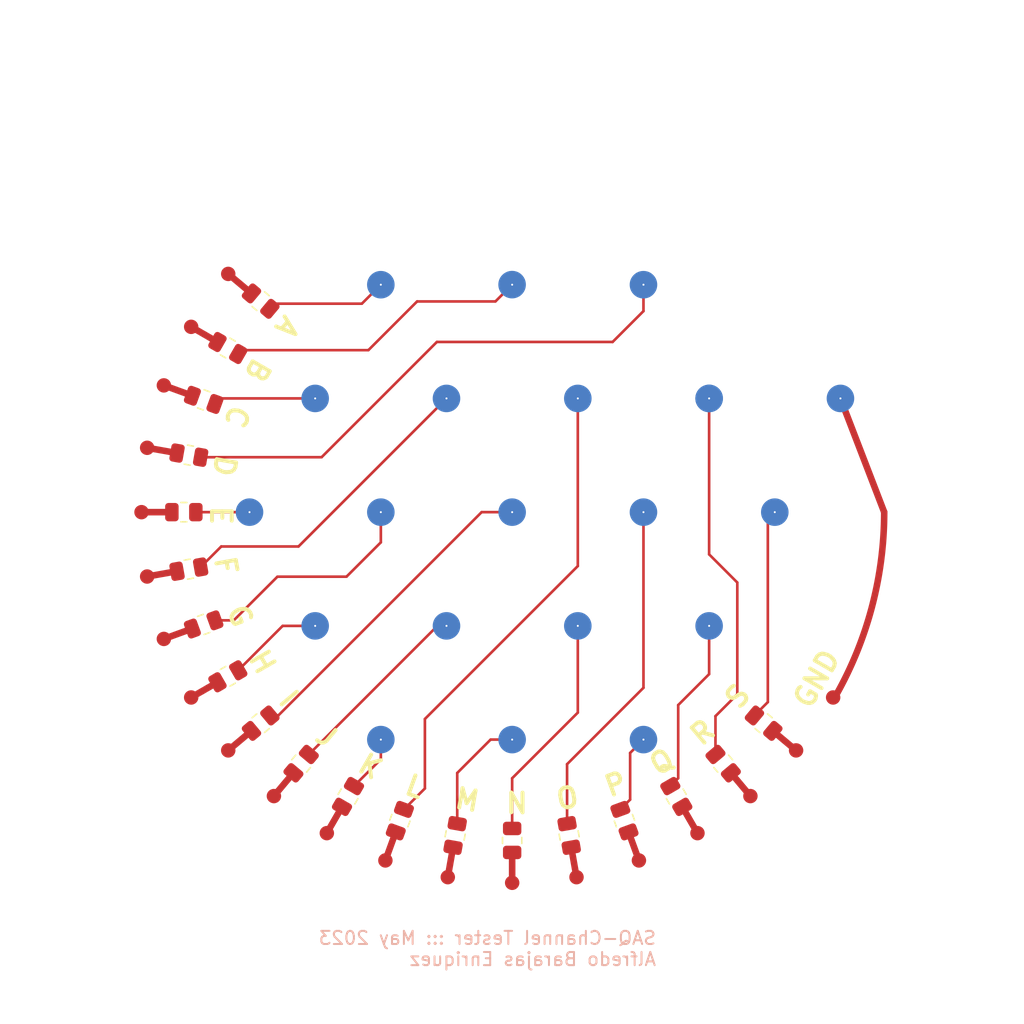
<source format=kicad_pcb>
(kicad_pcb (version 20221018) (generator pcbnew)
  (layers (0 "F.Cu" signal) (31 "B.Cu" signal) (34 "B.Paste" user) (35 "F.Paste" user) (36 "B.SilkS" user "B.Silkscreen") (37 "F.SilkS" user "F.Silkscreen") (38 "B.Mask" user) (39 "F.Mask" user) (44 "Edge.Cuts" user))
  (net 0 "")
  (footprint "Resistor_SMD:R_0805_2012Metric" (layer "F.Cu") (at 40.845 74.715635 60)
    (fp_text reference "REF**8" hide)
    (fp_text value "R_0805_2012Metric" hide)
    (fp_line (start -0.227064 -0.735) (end 0.227064 -0.735) (stroke (width 0.12)) (layer "F.SilkS"))
    (fp_line (start -0.227064 0.735) (end 0.227064 0.735) (stroke (width 0.12)) (layer "F.SilkS"))
    (pad "1" smd roundrect (at -0.9125 0 60) (size 1.025 1.4) (layers "F.Cu" "F.Paste" "F.Mask") (roundrect_rratio 0.243902))
    (pad "2" smd roundrect (at 0.9125 0 60) (size 1.025 1.4) (layers "F.Cu" "F.Paste" "F.Mask") (roundrect_rratio 0.243902))
  )
  (footprint "Resistor_SMD:R_0805_2012Metric" (layer "F.Cu") (at 29.852684 44.514496 -20)
    (fp_text reference "REF**16" hide)
    (fp_text value "R_0805_2012Metric" hide)
    (fp_line (start -0.227064 -0.735) (end 0.227064 -0.735) (stroke (width 0.12)) (layer "F.SilkS"))
    (fp_line (start -0.227064 0.735) (end 0.227064 0.735) (stroke (width 0.12)) (layer "F.SilkS"))
    (pad "1" smd roundrect (at -0.9125 0 340) (size 1.025 1.4) (layers "F.Cu" "F.Paste" "F.Mask") (roundrect_rratio 0.243902))
    (pad "2" smd roundrect (at 0.9125 0 340) (size 1.025 1.4) (layers "F.Cu" "F.Paste" "F.Mask") (roundrect_rratio 0.243902))
  )
  (footprint "Resistor_SMD:R_0805_2012Metric" (layer "F.Cu") (at 37.27531 72.216111 50)
    (fp_text reference "REF**9" hide)
    (fp_text value "R_0805_2012Metric" hide)
    (fp_line (start -0.227064 -0.735) (end 0.227064 -0.735) (stroke (width 0.12)) (layer "F.SilkS"))
    (fp_line (start -0.227064 0.735) (end 0.227064 0.735) (stroke (width 0.12)) (layer "F.SilkS"))
    (pad "1" smd roundrect (at -0.9125 0 50) (size 1.025 1.4) (layers "F.Cu" "F.Paste" "F.Mask") (roundrect_rratio 0.243902))
    (pad "2" smd roundrect (at 0.9125 0 50) (size 1.025 1.4) (layers "F.Cu" "F.Paste" "F.Mask") (roundrect_rratio 0.243902))
  )
  (footprint "Resistor_SMD:R_0805_2012Metric" (layer "F.Cu") (at 65.845 74.715635 120)
    (fp_text reference "REF**3" hide)
    (fp_text value "R_0805_2012Metric" hide)
    (fp_line (start -0.227064 -0.735) (end 0.227064 -0.735) (stroke (width 0.12)) (layer "F.SilkS"))
    (fp_line (start -0.227064 0.735) (end 0.227064 0.735) (stroke (width 0.12)) (layer "F.SilkS"))
    (pad "1" smd roundrect (at -0.9125 0 120) (size 1.025 1.4) (layers "F.Cu" "F.Paste" "F.Mask") (roundrect_rratio 0.243902))
    (pad "2" smd roundrect (at 0.9125 0 120) (size 1.025 1.4) (layers "F.Cu" "F.Paste" "F.Mask") (roundrect_rratio 0.243902))
  )
  (footprint "Resistor_SMD:R_0805_2012Metric" (layer "F.Cu") (at 49.003796 77.685194 80)
    (fp_text reference "REF**6" hide)
    (fp_text value "R_0805_2012Metric" hide)
    (fp_line (start -0.227064 -0.735) (end 0.227064 -0.735) (stroke (width 0.12)) (layer "F.SilkS"))
    (fp_line (start -0.227064 0.735) (end 0.227064 0.735) (stroke (width 0.12)) (layer "F.SilkS"))
    (pad "1" smd roundrect (at -0.9125 0 80) (size 1.025 1.4) (layers "F.Cu" "F.Paste" "F.Mask") (roundrect_rratio 0.243902))
    (pad "2" smd roundrect (at 0.9125 0 80) (size 1.025 1.4) (layers "F.Cu" "F.Paste" "F.Mask") (roundrect_rratio 0.243902))
  )
  (footprint "Resistor_SMD:R_0805_2012Metric" (layer "F.Cu") (at 29.852684 61.615504 20)
    (fp_text reference "REF**12" hide)
    (fp_text value "R_0805_2012Metric" hide)
    (fp_line (start -0.227064 -0.735) (end 0.227064 -0.735) (stroke (width 0.12)) (layer "F.SilkS"))
    (fp_line (start -0.227064 0.735) (end 0.227064 0.735) (stroke (width 0.12)) (layer "F.SilkS"))
    (pad "1" smd roundrect (at -0.9125 0 20) (size 1.025 1.4) (layers "F.Cu" "F.Paste" "F.Mask") (roundrect_rratio 0.243902))
    (pad "2" smd roundrect (at 0.9125 0 20) (size 1.025 1.4) (layers "F.Cu" "F.Paste" "F.Mask") (roundrect_rratio 0.243902))
  )
  (footprint "Resistor_SMD:R_0805_2012Metric" (layer "F.Cu") (at 44.794496 76.557316 70)
    (fp_text reference "REF**7" hide)
    (fp_text value "R_0805_2012Metric" hide)
    (fp_line (start -0.227064 -0.735) (end 0.227064 -0.735) (stroke (width 0.12)) (layer "F.SilkS"))
    (fp_line (start -0.227064 0.735) (end 0.227064 0.735) (stroke (width 0.12)) (layer "F.SilkS"))
    (pad "1" smd roundrect (at -0.9125 0 70) (size 1.025 1.4) (layers "F.Cu" "F.Paste" "F.Mask") (roundrect_rratio 0.243902))
    (pad "2" smd roundrect (at 0.9125 0 70) (size 1.025 1.4) (layers "F.Cu" "F.Paste" "F.Mask") (roundrect_rratio 0.243902))
  )
  (footprint "Resistor_SMD:R_0805_2012Metric" (layer "F.Cu") (at 31.694365 40.565 -30)
    (fp_text reference "REF**17" hide)
    (fp_text value "R_0805_2012Metric" hide)
    (fp_line (start -0.227064 -0.735) (end 0.227064 -0.735) (stroke (width 0.12)) (layer "F.SilkS"))
    (fp_line (start -0.227064 0.735) (end 0.227064 0.735) (stroke (width 0.12)) (layer "F.SilkS"))
    (pad "1" smd roundrect (at -0.9125 0 330) (size 1.025 1.4) (layers "F.Cu" "F.Paste" "F.Mask") (roundrect_rratio 0.243902))
    (pad "2" smd roundrect (at 0.9125 0 330) (size 1.025 1.4) (layers "F.Cu" "F.Paste" "F.Mask") (roundrect_rratio 0.243902))
  )
  (footprint "Resistor_SMD:R_0805_2012Metric" (layer "F.Cu") (at 28.345 53.065)
    (fp_text reference "REF**14" hide)
    (fp_text value "R_0805_2012Metric" hide)
    (fp_line (start -0.227064 -0.735) (end 0.227064 -0.735) (stroke (width 0.12)) (layer "F.SilkS"))
    (fp_line (start -0.227064 0.735) (end 0.227064 0.735) (stroke (width 0.12)) (layer "F.SilkS"))
    (pad "1" smd roundrect (at -0.9125 0) (size 1.025 1.4) (layers "F.Cu" "F.Paste" "F.Mask") (roundrect_rratio 0.243902))
    (pad "2" smd roundrect (at 0.9125 0) (size 1.025 1.4) (layers "F.Cu" "F.Paste" "F.Mask") (roundrect_rratio 0.243902))
  )
  (footprint "Resistor_SMD:R_0805_2012Metric" (layer "F.Cu") (at 53.345 78.065 90)
    (fp_text reference "REF**" hide)
    (fp_text value "R_0805_2012Metric" hide)
    (fp_line (start -0.227064 -0.735) (end 0.227064 -0.735) (stroke (width 0.12)) (layer "F.SilkS"))
    (fp_line (start -0.227064 0.735) (end 0.227064 0.735) (stroke (width 0.12)) (layer "F.SilkS"))
    (pad "1" smd roundrect (at -0.9125 0 90) (size 1.025 1.4) (layers "F.Cu" "F.Paste" "F.Mask") (roundrect_rratio 0.243902))
    (pad "2" smd roundrect (at 0.9125 0 90) (size 1.025 1.4) (layers "F.Cu" "F.Paste" "F.Mask") (roundrect_rratio 0.243902))
  )
  (footprint "Resistor_SMD:R_0805_2012Metric" (layer "F.Cu") (at 69.41469 72.216111 130)
    (fp_text reference "REF**4" hide)
    (fp_text value "R_0805_2012Metric" hide)
    (fp_line (start -0.227064 -0.735) (end 0.227064 -0.735) (stroke (width 0.12)) (layer "F.SilkS"))
    (fp_line (start -0.227064 0.735) (end 0.227064 0.735) (stroke (width 0.12)) (layer "F.SilkS"))
    (pad "1" smd roundrect (at -0.9125 0 130) (size 1.025 1.4) (layers "F.Cu" "F.Paste" "F.Mask") (roundrect_rratio 0.243902))
    (pad "2" smd roundrect (at 0.9125 0 130) (size 1.025 1.4) (layers "F.Cu" "F.Paste" "F.Mask") (roundrect_rratio 0.243902))
  )
  (footprint "Resistor_SMD:R_0805_2012Metric" (layer "F.Cu") (at 34.193889 69.13469 40)
    (fp_text reference "REF**10" hide)
    (fp_text value "R_0805_2012Metric" hide)
    (fp_line (start -0.227064 -0.735) (end 0.227064 -0.735) (stroke (width 0.12)) (layer "F.SilkS"))
    (fp_line (start -0.227064 0.735) (end 0.227064 0.735) (stroke (width 0.12)) (layer "F.SilkS"))
    (pad "1" smd roundrect (at -0.9125 0 40) (size 1.025 1.4) (layers "F.Cu" "F.Paste" "F.Mask") (roundrect_rratio 0.243902))
    (pad "2" smd roundrect (at 0.9125 0 40) (size 1.025 1.4) (layers "F.Cu" "F.Paste" "F.Mask") (roundrect_rratio 0.243902))
  )
  (footprint "Resistor_SMD:R_0805_2012Metric" (layer "F.Cu") (at 61.895504 76.557316 110)
    (fp_text reference "REF**2" hide)
    (fp_text value "R_0805_2012Metric" hide)
    (fp_line (start -0.227064 -0.735) (end 0.227064 -0.735) (stroke (width 0.12)) (layer "F.SilkS"))
    (fp_line (start -0.227064 0.735) (end 0.227064 0.735) (stroke (width 0.12)) (layer "F.SilkS"))
    (pad "1" smd roundrect (at -0.9125 0 110) (size 1.025 1.4) (layers "F.Cu" "F.Paste" "F.Mask") (roundrect_rratio 0.243902))
    (pad "2" smd roundrect (at 0.9125 0 110) (size 1.025 1.4) (layers "F.Cu" "F.Paste" "F.Mask") (roundrect_rratio 0.243902))
  )
  (footprint "Resistor_SMD:R_0805_2012Metric" (layer "F.Cu") (at 28.724806 57.406204 10)
    (fp_text reference "REF**13" hide)
    (fp_text value "R_0805_2012Metric" hide)
    (fp_line (start -0.227064 -0.735) (end 0.227064 -0.735) (stroke (width 0.12)) (layer "F.SilkS"))
    (fp_line (start -0.227064 0.735) (end 0.227064 0.735) (stroke (width 0.12)) (layer "F.SilkS"))
    (pad "1" smd roundrect (at -0.9125 0 10) (size 1.025 1.4) (layers "F.Cu" "F.Paste" "F.Mask") (roundrect_rratio 0.243902))
    (pad "2" smd roundrect (at 0.9125 0 10) (size 1.025 1.4) (layers "F.Cu" "F.Paste" "F.Mask") (roundrect_rratio 0.243902))
  )
  (footprint "Resistor_SMD:R_0805_2012Metric" (layer "F.Cu") (at 34.193889 36.995309 -40)
    (fp_text reference "REF**18" hide)
    (fp_text value "R_0805_2012Metric" hide)
    (fp_line (start -0.227064 -0.735) (end 0.227064 -0.735) (stroke (width 0.12)) (layer "F.SilkS"))
    (fp_line (start -0.227064 0.735) (end 0.227064 0.735) (stroke (width 0.12)) (layer "F.SilkS"))
    (pad "1" smd roundrect (at -0.9125 0 320) (size 1.025 1.4) (layers "F.Cu" "F.Paste" "F.Mask") (roundrect_rratio 0.243902))
    (pad "2" smd roundrect (at 0.9125 0 320) (size 1.025 1.4) (layers "F.Cu" "F.Paste" "F.Mask") (roundrect_rratio 0.243902))
  )
  (footprint "Resistor_SMD:R_0805_2012Metric" (layer "F.Cu") (at 57.686204 77.685194 100)
    (fp_text reference "REF**1" hide)
    (fp_text value "R_0805_2012Metric" hide)
    (fp_line (start -0.227064 -0.735) (end 0.227064 -0.735) (stroke (width 0.12)) (layer "F.SilkS"))
    (fp_line (start -0.227064 0.735) (end 0.227064 0.735) (stroke (width 0.12)) (layer "F.SilkS"))
    (pad "1" smd roundrect (at -0.9125 0 100) (size 1.025 1.4) (layers "F.Cu" "F.Paste" "F.Mask") (roundrect_rratio 0.243902))
    (pad "2" smd roundrect (at 0.9125 0 100) (size 1.025 1.4) (layers "F.Cu" "F.Paste" "F.Mask") (roundrect_rratio 0.243902))
  )
  (footprint "Resistor_SMD:R_0805_2012Metric" (layer "F.Cu") (at 31.694365 65.565 30)
    (fp_text reference "REF**11" hide)
    (fp_text value "R_0805_2012Metric" hide)
    (fp_line (start -0.227064 -0.735) (end 0.227064 -0.735) (stroke (width 0.12)) (layer "F.SilkS"))
    (fp_line (start -0.227064 0.735) (end 0.227064 0.735) (stroke (width 0.12)) (layer "F.SilkS"))
    (pad "1" smd roundrect (at -0.9125 0 30) (size 1.025 1.4) (layers "F.Cu" "F.Paste" "F.Mask") (roundrect_rratio 0.243902))
    (pad "2" smd roundrect (at 0.9125 0 30) (size 1.025 1.4) (layers "F.Cu" "F.Paste" "F.Mask") (roundrect_rratio 0.243902))
  )
  (footprint "Resistor_SMD:R_0805_2012Metric" (layer "F.Cu") (at 28.724806 48.723796 -10)
    (fp_text reference "REF**15" hide)
    (fp_text value "R_0805_2012Metric" hide)
    (fp_line (start -0.227064 -0.735) (end 0.227064 -0.735) (stroke (width 0.12)) (layer "F.SilkS"))
    (fp_line (start -0.227064 0.735) (end 0.227064 0.735) (stroke (width 0.12)) (layer "F.SilkS"))
    (pad "1" smd roundrect (at -0.9125 0 350) (size 1.025 1.4) (layers "F.Cu" "F.Paste" "F.Mask") (roundrect_rratio 0.243902))
    (pad "2" smd roundrect (at 0.9125 0 350) (size 1.025 1.4) (layers "F.Cu" "F.Paste" "F.Mask") (roundrect_rratio 0.243902))
  )
  (footprint "Resistor_SMD:R_0805_2012Metric" (layer "F.Cu") (at 72.496111 69.13469 140)
    (fp_text reference "REF**5" hide)
    (fp_text value "R_0805_2012Metric" hide)
    (fp_line (start -0.227064 -0.735) (end 0.227064 -0.735) (stroke (width 0.12)) (layer "F.SilkS"))
    (fp_line (start -0.227064 0.735) (end 0.227064 0.735) (stroke (width 0.12)) (layer "F.SilkS"))
    (pad "1" smd roundrect (at -0.9125 0 140) (size 1.025 1.4) (layers "F.Cu" "F.Paste" "F.Mask") (roundrect_rratio 0.243902))
    (pad "2" smd roundrect (at 0.9125 0 140) (size 1.025 1.4) (layers "F.Cu" "F.Paste" "F.Mask") (roundrect_rratio 0.243902))
  )
  (gr_line (start 48.830147 78.670002) (end 48.443874 80.860656) (stroke (width 0.5)) (layer "F.Cu"))
  (gr_circle (center 43.691669 79.587306) (end 44.161515 79.416296) (stroke (width 0.1)) (fill solid) (layer "F.Cu"))
  (gr_circle (center 35.202673 74.686182) (end 35.702673 74.686182) (stroke (width 0.1)) (fill solid) (layer "F.Cu"))
  (gr_line (start 27.345 53.065) (end 25.120551 53.064999) (stroke (width 0.5)) (layer "F.Cu"))
  (gr_circle (center 25.549343 57.966123) (end 25.932365 58.287517) (stroke (width 0.1)) (fill solid) (layer "F.Cu"))
  (gr_line (start 28.912991 61.957524) (end 26.822692 62.718329) (stroke (width 0.5)) (layer "F.Cu"))
  (gr_circle (center 62.998329 79.587307) (end 63.248329 79.154294) (stroke (width 0.1)) (fill solid) (layer "F.Cu"))
  (gr_line (start 57.859853 78.670002) (end 58.246123 80.860657) (stroke (width 0.5)) (layer "F.Cu"))
  (gr_line (start 36.632522 72.982156) (end 35.202673 74.686182) (stroke (width 0.5)) (layer "F.Cu"))
  (gr_circle (center 26.822694 43.411669) (end 26.993704 43.881515) (stroke (width 0.1)) (fill solid) (layer "F.Cu"))
  (gr_circle (center 48.443875 80.860656) (end 48.876888 80.610656) (stroke (width 0.1)) (fill solid) (layer "F.Cu"))
  (gr_line (start 27.739998 57.579853) (end 25.549343 57.966123) (stroke (width 0.5)) (layer "F.Cu"))
  (gr_line (start 33.427844 69.777478) (end 31.723817 71.207325) (stroke (width 0.5)) (layer "F.Cu"))
  (gr_line (start 66.345 75.581661) (end 67.457223 77.508091) (stroke (width 0.5)) (layer "F.Cu"))
  (gr_line (start 30.828339 66.065) (end 28.901909 67.177223) (stroke (width 0.5)) (layer "F.Cu"))
  (gr_line (start 30.828339 40.065) (end 28.90191 38.952775) (stroke (width 0.5)) (layer "F.Cu"))
  (gr_line (start 70.057478 72.982156) (end 71.487325 74.686183) (stroke (width 0.5)) (layer "F.Cu"))
  (gr_circle (center 31.723818 34.922673) (end 31.723818 35.422673) (stroke (width 0.1)) (fill solid) (layer "F.Cu"))
  (gr_circle (center 71.487326 74.686183) (end 71.57415 74.193779) (stroke (width 0.1)) (fill solid) (layer "F.Cu"))
  (gr_circle (center 26.822693 62.718329) (end 27.255706 62.968329) (stroke (width 0.1)) (fill solid) (layer "F.Cu"))
  (gr_circle (center 28.901909 67.177224) (end 29.371755 67.348234) (stroke (width 0.1)) (fill solid) (layer "F.Cu"))
  (gr_circle (center 53.344999 81.289449) (end 53.728021 80.968055) (stroke (width 0.1)) (fill solid) (layer "F.Cu"))
  (gr_line (start 44.452476 77.497009) (end 43.691669 79.587307) (stroke (width 0.5)) (layer "F.Cu"))
  (gr_circle (center 28.90191 38.952775) (end 28.988734 39.445179) (stroke (width 0.1)) (fill solid) (layer "F.Cu"))
  (gr_circle (center 74.966182 71.207327) (end 74.966182 70.707327) (stroke (width 0.1)) (fill solid) (layer "F.Cu"))
  (gr_circle (center 67.457224 77.508091) (end 67.628234 77.038245) (stroke (width 0.1)) (fill solid) (layer "F.Cu"))
  (gr_circle (center 58.246123 80.860657) (end 58.567517 80.477635) (stroke (width 0.1)) (fill solid) (layer "F.Cu"))
  (gr_circle (center 31.723817 71.207326) (end 32.216221 71.29415) (stroke (width 0.1)) (fill solid) (layer "F.Cu"))
  (gr_circle (center 77.78809 67.177225) (end 77.701266 66.684821) (stroke (width 0.1)) (fill solid) (layer "F.Cu"))
  (gr_line (start 33.427844 36.352522) (end 31.723818 34.922673) (stroke (width 0.5)) (layer "F.Cu"))
  (gr_circle (center 25.549344 48.163875) (end 25.799344 48.596888) (stroke (width 0.1)) (fill solid) (layer "F.Cu"))
  (gr_circle (center 25.120551 53.064999) (end 25.441945 53.448021) (stroke (width 0.1)) (fill solid) (layer "F.Cu"))
  (gr_arc (start 81.676551 53.065115) (mid 80.711139 60.397791) (end 77.880788 67.230745) (stroke (width 0.5)) (layer "F.Cu"))
  (gr_line (start 78.345 44.405) (end 81.676551 53.065115) (stroke (width 0.5)) (layer "F.Cu"))
  (gr_line (start 27.739998 48.550147) (end 25.549344 48.163874) (stroke (width 0.5)) (layer "F.Cu"))
  (gr_line (start 73.262156 69.777478) (end 74.966182 71.207327) (stroke (width 0.5)) (layer "F.Cu"))
  (gr_line (start 62.237524 77.497009) (end 62.998329 79.587308) (stroke (width 0.5)) (layer "F.Cu"))
  (gr_line (start 28.912991 44.172476) (end 26.822693 43.411669) (stroke (width 0.5)) (layer "F.Cu"))
  (gr_circle (center 39.232775 77.50809) (end 39.725179 77.421266) (stroke (width 0.1)) (fill solid) (layer "F.Cu"))
  (gr_line (start 53.345 79.065) (end 53.344999 81.289449) (stroke (width 0.5)) (layer "F.Cu"))
  (gr_line (start 40.345 75.581661) (end 39.232775 77.50809) (stroke (width 0.5)) (layer "F.Cu"))
  (gr_circle (center 58.345 61.725) (end 59.345 61.725) (stroke (width 0.1)) (fill solid) (layer "B.Cu"))
  (gr_circle (center 78.345 44.405) (end 79.345 44.405) (stroke (width 0.1)) (fill solid) (layer "B.Cu"))
  (gr_circle (center 53.341263 35.738737) (end 54.341263 35.738737) (stroke (width 0.1)) (fill solid) (layer "B.Cu"))
  (gr_circle (center 53.345 53.065) (end 54.345 53.065) (stroke (width 0.1)) (fill solid) (layer "B.Cu"))
  (gr_circle (center 53.345 70.385) (end 54.345 70.385) (stroke (width 0.1)) (fill solid) (layer "B.Cu"))
  (gr_circle (center 48.345 61.725) (end 49.345 61.725) (stroke (width 0.1)) (fill solid) (layer "B.Cu"))
  (gr_circle (center 68.345 44.405) (end 69.345 44.405) (stroke (width 0.1)) (fill solid) (layer "B.Cu"))
  (gr_circle (center 73.345 53.065) (end 74.345 53.065) (stroke (width 0.1)) (fill solid) (layer "B.Cu"))
  (gr_circle (center 48.345 44.405) (end 49.345 44.405) (stroke (width 0.1)) (fill solid) (layer "B.Cu"))
  (gr_circle (center 43.345 70.385) (end 44.345 70.385) (stroke (width 0.1)) (fill solid) (layer "B.Cu"))
  (gr_circle (center 63.345 35.745) (end 64.345 35.745) (stroke (width 0.1)) (fill solid) (layer "B.Cu"))
  (gr_circle (center 43.345 53.065) (end 44.345 53.065) (stroke (width 0.1)) (fill solid) (layer "B.Cu"))
  (gr_circle (center 38.345 44.405) (end 39.345 44.405) (stroke (width 0.1)) (fill solid) (layer "B.Cu"))
  (gr_circle (center 63.345 70.385) (end 64.345 70.385) (stroke (width 0.1)) (fill solid) (layer "B.Cu"))
  (gr_circle (center 58.345 44.405) (end 59.345 44.405) (stroke (width 0.1)) (fill solid) (layer "B.Cu"))
  (gr_circle (center 68.345 44.405) (end 69.345 44.405) (stroke (width 0.1)) (fill solid) (layer "B.Cu"))
  (gr_circle (center 63.345 53.065) (end 64.345 53.065) (stroke (width 0.1)) (fill solid) (layer "B.Cu"))
  (gr_circle (center 33.345 53.065) (end 34.345 53.065) (stroke (width 0.1)) (fill solid) (layer "B.Cu"))
  (gr_circle (center 38.345 61.725) (end 39.345 61.725) (stroke (width 0.1)) (fill solid) (layer "B.Cu"))
  (gr_circle (center 68.345 61.725) (end 69.345 61.725) (stroke (width 0.1)) (fill solid) (layer "B.Cu"))
  (gr_circle (center 43.345 35.745) (end 44.345 35.745) (stroke (width 0.1)) (fill solid) (layer "B.Cu"))
  (gr_circle (center 58.246123 80.860657) (end 58.40682 80.669146) (stroke (width 0.001)) (fill none) (layer "Edge.Cuts"))
  (gr_circle (center 26.822693 62.718329) (end 27.039199 62.843329) (stroke (width 0.001)) (fill none) (layer "Edge.Cuts"))
  (gr_circle (center 48.443875 80.860656) (end 48.660381 80.735656) (stroke (width 0.001)) (fill none) (layer "Edge.Cuts"))
  (gr_circle (center 25.120551 53.064999) (end 25.281248 53.25651) (stroke (width 0.001)) (fill none) (layer "Edge.Cuts"))
  (gr_circle (center 67.457224 77.508091) (end 67.542729 77.273168) (stroke (width 0.001)) (fill none) (layer "Edge.Cuts"))
  (gr_circle (center 31.723817 71.207326) (end 31.970019 71.250738) (stroke (width 0.001)) (fill none) (layer "Edge.Cuts"))
  (gr_circle (center 28.901909 67.177224) (end 29.136832 67.262729) (stroke (width 0.001)) (fill none) (layer "Edge.Cuts"))
  (gr_circle (center 35.202673 74.686182) (end 35.452673 74.686182) (stroke (width 0.001)) (fill none) (layer "Edge.Cuts"))
  (gr_circle (center 39.232775 77.50809) (end 39.478977 77.464678) (stroke (width 0.001)) (fill none) (layer "Edge.Cuts"))
  (gr_circle (center 74.966182 71.207327) (end 74.966182 70.957327) (stroke (width 0.001)) (fill none) (layer "Edge.Cuts"))
  (gr_circle (center 53.345 18.065) (end 54.845 18.065) (stroke (width 0.001)) (fill none) (layer "Edge.Cuts"))
  (gr_circle (center 53.345 53.065) (end 92.345 53.065) (stroke (width 0.001)) (fill none) (layer "Edge.Cuts"))
  (gr_circle (center 62.998329 79.587307) (end 63.123329 79.370801) (stroke (width 0.001)) (fill none) (layer "Edge.Cuts"))
  (gr_circle (center 77.78809 67.177225) (end 77.744678 66.931023) (stroke (width 0.001)) (fill none) (layer "Edge.Cuts"))
  (gr_circle (center 83.655889 70.565) (end 85.155889 70.565) (stroke (width 0.001)) (fill none) (layer "Edge.Cuts"))
  (gr_circle (center 23.034111 70.565) (end 24.534111 70.565) (stroke (width 0.001)) (fill none) (layer "Edge.Cuts"))
  (gr_circle (center 53.344999 81.289449) (end 53.53651 81.128752) (stroke (width 0.001)) (fill none) (layer "Edge.Cuts"))
  (gr_circle (center 28.90191 38.952775) (end 28.945322 39.198977) (stroke (width 0.001)) (fill none) (layer "Edge.Cuts"))
  (gr_circle (center 43.691669 79.587306) (end 43.926592 79.501801) (stroke (width 0.001)) (fill none) (layer "Edge.Cuts"))
  (gr_circle (center 26.822694 43.411669) (end 26.908199 43.646592) (stroke (width 0.001)) (fill none) (layer "Edge.Cuts"))
  (gr_circle (center 31.723818 34.922673) (end 31.723818 35.172673) (stroke (width 0.001)) (fill none) (layer "Edge.Cuts"))
  (gr_circle (center 25.549344 48.163875) (end 25.674344 48.380381) (stroke (width 0.001)) (fill none) (layer "Edge.Cuts"))
  (gr_circle (center 25.549343 57.966123) (end 25.740854 58.12682) (stroke (width 0.001)) (fill none) (layer "Edge.Cuts"))
  (gr_circle (center 71.487326 74.686183) (end 71.530738 74.439981) (stroke (width 0.001)) (fill none) (layer "Edge.Cuts"))
  (gr_text "SAQ-Channel Tester ::: May 2023\nAlfredo Barajas Enriquez\n" (at 64.39 87.69) (layer "B.SilkS") (effects (font (size 1 1)) (justify left bottom mirror)))
  (gr_text "GND" (at 76.05 68.345 60) (layer "F.SilkS") (effects (font (size 1.5 1.5) (thickness 0.3) bold) (justify left bottom)))
  (gr_text "A" (at 36.082374 37.770584 -130) (layer "F.SilkS") (effects (font (size 1.5 1.5) (thickness 0.3) bold) (justify left bottom)))
  (gr_text "R" (at 67.689521 71.124683 40) (layer "F.SilkS") (effects (font (size 1.5 1.5) (thickness 0.3) bold) (justify left bottom)))
  (gr_text "Q" (at 64.335564 73.341216 30) (layer "F.SilkS") (effects (font (size 1.5 1.5) (thickness 0.3) bold) (justify left bottom)))
  (gr_text "N" (at 52.725 76.12) (layer "F.SilkS") (effects (font (size 1.5 1.5) (thickness 0.3) bold) (justify left bottom)))
  (gr_text "F" (at 30.532595 56.457878 280) (layer "F.SilkS") (effects (font (size 1.5 1.5) (thickness 0.3) bold) (justify left bottom)))
  (gr_text "E" (at 30.29 52.445 270) (layer "F.SilkS") (effects (font (size 1.5 1.5) (thickness 0.3) bold) (justify left bottom)))
  (gr_text "O" (at 56.737878 75.877405 10) (layer "F.SilkS") (effects (font (size 1.5 1.5) (thickness 0.3) bold) (justify left bottom)))
  (gr_text "L" (at 44.877116 74.517561 340) (layer "F.SilkS") (effects (font (size 1.5 1.5) (thickness 0.3) bold) (justify left bottom)))
  (gr_text "D" (at 30.747919 48.45096 260) (layer "F.SilkS") (effects (font (size 1.5 1.5) (thickness 0.3) bold) (justify left bottom)))
  (gr_text "K" (at 41.280564 72.721216 330) (layer "F.SilkS") (effects (font (size 1.5 1.5) (thickness 0.3) bold) (justify left bottom)))
  (gr_text "H" (at 33.068784 64.055564 300) (layer "F.SilkS") (effects (font (size 1.5 1.5) (thickness 0.3) bold) (justify left bottom)))
  (gr_text "C" (at 31.892439 44.597116 250) (layer "F.SilkS") (effects (font (size 1.5 1.5) (thickness 0.3) bold) (justify left bottom)))
  (gr_text "I" (at 35.285317 67.409521 310) (layer "F.SilkS") (effects (font (size 1.5 1.5) (thickness 0.3) bold) (justify left bottom)))
  (gr_text "B" (at 33.688784 41.000564 240) (layer "F.SilkS") (effects (font (size 1.5 1.5) (thickness 0.3) bold) (justify left bottom)))
  (gr_text "G" (at 31.468334 60.367665 290) (layer "F.SilkS") (effects (font (size 1.5 1.5) (thickness 0.3) bold) (justify left bottom)))
  (gr_text "P" (at 60.647665 74.941666 20) (layer "F.SilkS") (effects (font (size 1.5 1.5) (thickness 0.3) bold) (justify left bottom)))
  (gr_text "J" (at 38.050584 70.327626 320) (layer "F.SilkS") (effects (font (size 1.5 1.5) (thickness 0.3) bold) (justify left bottom)))
  (gr_text "S" (at 70.607626 68.359416 50) (layer "F.SilkS") (effects (font (size 1.5 1.5) (thickness 0.3) bold) (justify left bottom)))
  (gr_text "M" (at 48.73096 75.662081 350) (layer "F.SilkS") (effects (font (size 1.5 1.5) (thickness 0.3) bold) (justify left bottom)))
  (segment (start 51.705 70.385) (end 49.16225 72.92775) (width 0.2) (layer "F.Cu") (net 0))
  (segment (start 58.345 57.17) (end 46.7 68.815) (width 0.2) (layer "F.Cu") (net 0))
  (segment (start 68.345 44.405) (end 68.345 56.28) (width 0.2) (layer "F.Cu") (net 0))
  (segment (start 38.345 61.725) (end 35.868363 61.725) (width 0.2) (layer "F.Cu") (net 0))
  (segment (start 42.395 40.73) (end 46.105 37.02) (width 0.2) (layer "F.Cu") (net 0))
  (segment (start 47.61 40.105) (end 38.83275 48.88225) (width 0.2) (layer "F.Cu") (net 0))
  (segment (start 43.345 53.065) (end 43.345 55.365) (width 0.2) (layer "F.Cu") (net 0))
  (segment (start 48.345 44.41) (end 37.075 55.68) (width 0.2) (layer "F.Cu") (net 0))
  (segment (start 41.9 37.19) (end 35.284758 37.19) (width 0.2) (layer "F.Cu") (net 0))
  (segment (start 53.345 70.385) (end 51.705 70.385) (width 0.2) (layer "F.Cu") (net 0))
  (segment (start 68.345 56.28) (end 70.49 58.425) (width 0.2) (layer "F.Cu") (net 0))
  (segment (start 37.075 55.68) (end 31.191193 55.68) (width 0.2) (layer "F.Cu") (net 0))
  (segment (start 63.345 66.44) (end 57.52775 72.25725) (width 0.2) (layer "F.Cu") (net 0))
  (segment (start 62.33 71.4) (end 62.33 74.953257) (width 0.2) (layer "F.Cu") (net 0))
  (segment (start 46.7 68.815) (end 46.7 74.106435) (width 0.2) (layer "F.Cu") (net 0))
  (segment (start 35.536854 68.548146) (end 34.892905 68.548146) (width 0.2) (layer "F.Cu") (net 0))
  (segment (start 35.47 57.98) (end 32.146589 61.303411) (width 0.2) (layer "F.Cu") (net 0))
  (segment (start 48.345 61.725) (end 47.653949 61.725) (width 0.2) (layer "F.Cu") (net 0))
  (segment (start 63.345 70.385) (end 62.33 71.4) (width 0.2) (layer "F.Cu") (net 0))
  (segment (start 53.345 53.065) (end 51.02 53.065) (width 0.2) (layer "F.Cu") (net 0))
  (segment (start 49.16225 72.92775) (end 49.16225 76.786557) (width 0.2) (layer "F.Cu") (net 0))
  (segment (start 43.345 70.385) (end 43.345 71.881637) (width 0.2) (layer "F.Cu") (net 0))
  (segment (start 57.52775 72.25725) (end 57.52775 76.786557) (width 0.2) (layer "F.Cu") (net 0))
  (segment (start 31.191193 55.68) (end 29.623443 57.24775) (width 0.2) (layer "F.Cu") (net 0))
  (segment (start 46.7 74.106435) (end 45.106589 75.699846) (width 0.2) (layer "F.Cu") (net 0))
  (segment (start 33.345 53.065) (end 29.2575 53.065) (width 0.2) (layer "F.Cu") (net 0))
  (segment (start 68.345 65.4) (end 65.99 67.755) (width 0.2) (layer "F.Cu") (net 0))
  (segment (start 58.345 61.725) (end 58.345 68.33) (width 0.2) (layer "F.Cu") (net 0))
  (segment (start 48.345 44.405) (end 48.345 44.41) (width 0.2) (layer "F.Cu") (net 0))
  (segment (start 63.345 37.755) (end 60.995 40.105) (width 0.2) (layer "F.Cu") (net 0))
  (segment (start 32.484613 41.02125) (end 32.775863 40.73) (width 0.2) (layer "F.Cu") (net 0))
  (segment (start 38.83275 48.88225) (end 29.623443 48.88225) (width 0.2) (layer "F.Cu") (net 0))
  (segment (start 63.345 53.065) (end 63.345 66.44) (width 0.2) (layer "F.Cu") (net 0))
  (segment (start 65.99 67.755) (end 65.99 73.324137) (width 0.2) (layer "F.Cu") (net 0))
  (segment (start 62.33 74.953257) (end 61.583411 75.699846) (width 0.2) (layer "F.Cu") (net 0))
  (segment (start 70.49 66.935) (end 68.828146 68.596854) (width 0.2) (layer "F.Cu") (net 0))
  (segment (start 52.07 37.02) (end 53.345 35.745) (width 0.2) (layer "F.Cu") (net 0))
  (segment (start 43.345 35.745) (end 41.9 37.19) (width 0.2) (layer "F.Cu") (net 0))
  (segment (start 32.146589 61.303411) (end 30.710154 61.303411) (width 0.2) (layer "F.Cu") (net 0))
  (segment (start 35.284758 37.19) (end 34.892905 37.581853) (width 0.2) (layer "F.Cu") (net 0))
  (segment (start 68.828146 68.596854) (end 68.828146 71.517095) (width 0.2) (layer "F.Cu") (net 0))
  (segment (start 43.345 55.365) (end 40.73 57.98) (width 0.2) (layer "F.Cu") (net 0))
  (segment (start 60.995 40.105) (end 47.61 40.105) (width 0.2) (layer "F.Cu") (net 0))
  (segment (start 73.345 53.065) (end 72.815 53.595) (width 0.2) (layer "F.Cu") (net 0))
  (segment (start 65.99 73.324137) (end 65.38875 73.925387) (width 0.2) (layer "F.Cu") (net 0))
  (segment (start 35.868363 61.725) (end 32.484613 65.10875) (width 0.2) (layer "F.Cu") (net 0))
  (segment (start 38.345 44.405) (end 31.131743 44.405) (width 0.2) (layer "F.Cu") (net 0))
  (segment (start 32.775863 40.73) (end 42.395 40.73) (width 0.2) (layer "F.Cu") (net 0))
  (segment (start 58.345 68.33) (end 53.345 73.33) (width 0.2) (layer "F.Cu") (net 0))
  (segment (start 72.815 53.595) (end 72.815 67.530241) (width 0.2) (layer "F.Cu") (net 0))
  (segment (start 58.345 44.405) (end 58.345 57.17) (width 0.2) (layer "F.Cu") (net 0))
  (segment (start 43.345 71.881637) (end 41.30125 73.925387) (width 0.2) (layer "F.Cu") (net 0))
  (segment (start 68.345 61.725) (end 68.345 65.4) (width 0.2) (layer "F.Cu") (net 0))
  (segment (start 72.815 67.530241) (end 71.797095 68.548146) (width 0.2) (layer "F.Cu") (net 0))
  (segment (start 53.345 73.33) (end 53.345 77.1525) (width 0.2) (layer "F.Cu") (net 0))
  (segment (start 47.653949 61.725) (end 37.861854 71.517095) (width 0.2) (layer "F.Cu") (net 0))
  (segment (start 51.02 53.065) (end 35.536854 68.548146) (width 0.2) (layer "F.Cu") (net 0))
  (segment (start 70.49 58.425) (end 70.49 66.935) (width 0.2) (layer "F.Cu") (net 0))
  (segment (start 40.73 57.98) (end 35.47 57.98) (width 0.2) (layer "F.Cu") (net 0))
  (segment (start 31.131743 44.405) (end 30.710154 44.826589) (width 0.2) (layer "F.Cu") (net 0))
  (segment (start 46.105 37.02) (end 52.07 37.02) (width 0.2) (layer "F.Cu") (net 0))
  (segment (start 63.345 35.745) (end 63.345 37.755) (width 0.2) (layer "F.Cu") (net 0))
  (via blind (at 38.345 44.405) (size 0.25) (drill 0.15) (layers "F.Cu" "B.Cu") (net 0))
  (via blind (at 43.345 70.385) (size 0.25) (drill 0.15) (layers "F.Cu" "B.Cu") (net 0))
  (via blind (at 68.345 44.405) (size 0.25) (drill 0.15) (layers "F.Cu" "B.Cu") (net 0))
  (via blind (at 48.345 61.725) (size 0.25) (drill 0.15) (layers "F.Cu" "B.Cu") (net 0))
  (via blind (at 68.345 61.725) (size 0.25) (drill 0.15) (layers "F.Cu" "B.Cu") (net 0))
  (via blind (at 78.345 44.405) (size 0.25) (drill 0.15) (layers "F.Cu" "B.Cu") (net 0))
  (via blind (at 48.345 44.405) (size 0.25) (drill 0.15) (layers "F.Cu" "B.Cu") (net 0))
  (via blind (at 53.345 70.385) (size 0.25) (drill 0.15) (layers "F.Cu" "B.Cu") (net 0))
  (via blind (at 63.345 70.385) (size 0.25) (drill 0.15) (layers "F.Cu" "B.Cu") (net 0))
  (via blind (at 53.345 35.745) (size 0.25) (drill 0.15) (layers "F.Cu" "B.Cu") (net 0))
  (via blind (at 58.345 44.405) (size 0.25) (drill 0.15) (layers "F.Cu" "B.Cu") (net 0))
  (via blind (at 53.345 53.065) (size 0.25) (drill 0.15) (layers "F.Cu" "B.Cu") (net 0))
  (via blind (at 38.345 61.725) (size 0.25) (drill 0.15) (layers "F.Cu" "B.Cu") (net 0))
  (via blind (at 33.345 53.065) (size 0.25) (drill 0.15) (layers "F.Cu" "B.Cu") (net 0))
  (via blind (at 73.345 53.065) (size 0.25) (drill 0.15) (layers "F.Cu" "B.Cu") (net 0))
  (via blind (at 63.345 35.745) (size 0.25) (drill 0.15) (layers "F.Cu" "B.Cu") (net 0))
  (via blind (at 43.345 53.065) (size 0.25) (drill 0.15) (layers "F.Cu" "B.Cu") (net 0))
  (via blind (at 63.345 53.065) (size 0.25) (drill 0.15) (layers "F.Cu" "B.Cu") (net 0))
  (via blind (at 58.345 61.725) (size 0.25) (drill 0.15) (layers "F.Cu" "B.Cu") (net 0))
  (via blind (at 43.345 35.745) (size 0.25) (drill 0.15) (layers "F.Cu" "B.Cu") (net 0))
)
</source>
